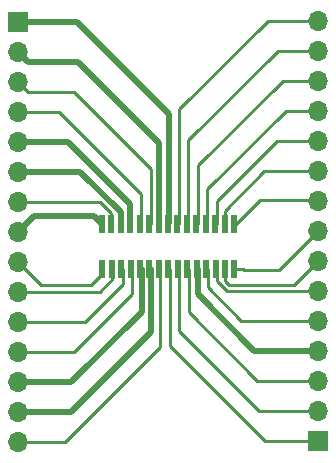
<source format=gbr>
G04 #@! TF.GenerationSoftware,KiCad,Pcbnew,(5.1.6)-1*
G04 #@! TF.CreationDate,2020-12-13T19:23:20+01:00*
G04 #@! TF.ProjectId,ACM Breakout,41434d20-4272-4656-916b-6f75742e6b69,rev?*
G04 #@! TF.SameCoordinates,Original*
G04 #@! TF.FileFunction,Copper,L1,Top*
G04 #@! TF.FilePolarity,Positive*
%FSLAX46Y46*%
G04 Gerber Fmt 4.6, Leading zero omitted, Abs format (unit mm)*
G04 Created by KiCad (PCBNEW (5.1.6)-1) date 2020-12-13 19:23:20*
%MOMM*%
%LPD*%
G01*
G04 APERTURE LIST*
G04 #@! TA.AperFunction,SMDPad,CuDef*
%ADD10R,0.550000X1.500000*%
G04 #@! TD*
G04 #@! TA.AperFunction,ComponentPad*
%ADD11R,1.700000X1.700000*%
G04 #@! TD*
G04 #@! TA.AperFunction,ComponentPad*
%ADD12O,1.700000X1.700000*%
G04 #@! TD*
G04 #@! TA.AperFunction,Conductor*
%ADD13C,0.254000*%
G04 #@! TD*
G04 #@! TA.AperFunction,Conductor*
%ADD14C,0.500000*%
G04 #@! TD*
G04 APERTURE END LIST*
D10*
X-5600000Y1900000D03*
X-5574600Y-1900000D03*
X-4800000Y1900000D03*
X-4774600Y-1900000D03*
X-4000000Y1900000D03*
X-3974600Y-1900000D03*
X-3200000Y1900000D03*
X-3174600Y-1900000D03*
X-2400000Y1900000D03*
X-2374600Y-1900000D03*
X-1600000Y1900000D03*
X-1574600Y-1900000D03*
X-800000Y1900000D03*
X-774600Y-1900000D03*
X0Y1900000D03*
X25400Y-1900000D03*
X800000Y1900000D03*
X825400Y-1900000D03*
X1600000Y1900000D03*
X1625400Y-1900000D03*
X2400000Y1900000D03*
X2425400Y-1900000D03*
X3200000Y1900000D03*
X3225400Y-1900000D03*
X4000000Y1900000D03*
X4025400Y-1900000D03*
X4800000Y1900000D03*
X4825400Y-1900000D03*
X5600000Y1900000D03*
X5625400Y-1900000D03*
D11*
X-12700000Y19000000D03*
D12*
X-12700000Y16460000D03*
X-12700000Y13920000D03*
X-12700000Y11380000D03*
X-12700000Y8840000D03*
X-12700000Y6300000D03*
X-12700000Y3760000D03*
X-12700000Y1220000D03*
X-12700000Y-1320000D03*
X-12700000Y-3860000D03*
X-12700000Y-6400000D03*
X-12700000Y-8940000D03*
X-12700000Y-11480000D03*
X-12700000Y-14020000D03*
X-12700000Y-16560000D03*
X12700000Y19100000D03*
X12700000Y16560000D03*
X12700000Y14020000D03*
X12700000Y11480000D03*
X12700000Y8940000D03*
X12700000Y6400000D03*
X12700000Y3860000D03*
X12700000Y1320000D03*
X12700000Y-1220000D03*
X12700000Y-3760000D03*
X12700000Y-6300000D03*
X12700000Y-8840000D03*
X12700000Y-11380000D03*
X12700000Y-13920000D03*
D11*
X12700000Y-16460000D03*
D13*
X11850001Y470001D02*
X12700000Y1320000D01*
X9407599Y-1972401D02*
X11850001Y470001D01*
X6453639Y-1972401D02*
X9407599Y-1972401D01*
X6381238Y-1900000D02*
X6453639Y-1972401D01*
X5752400Y-1900000D02*
X6381238Y-1900000D01*
X11850001Y-2069999D02*
X12700000Y-1220000D01*
X10681500Y-3238500D02*
X11850001Y-2069999D01*
X5159900Y-3238500D02*
X10681500Y-3238500D01*
X4825400Y-2904000D02*
X5159900Y-3238500D01*
X4825400Y-1900000D02*
X4825400Y-2904000D01*
X11497919Y-3760000D02*
X12700000Y-3760000D01*
X5008400Y-3760000D02*
X11497919Y-3760000D01*
X4152400Y-2904000D02*
X5008400Y-3760000D01*
X4152400Y-1900000D02*
X4152400Y-2904000D01*
X11497919Y-6300000D02*
X12700000Y-6300000D01*
X6173000Y-6300000D02*
X11497919Y-6300000D01*
X3352400Y-1900000D02*
X3352400Y-3479400D01*
X3352400Y-3479400D02*
X6173000Y-6300000D01*
D14*
X11497919Y-8840000D02*
X12700000Y-8840000D01*
X7316000Y-8840000D02*
X11497919Y-8840000D01*
X2552400Y-1900000D02*
X2552400Y-4076400D01*
X2552400Y-4076400D02*
X7316000Y-8840000D01*
D13*
X11497919Y-11380000D02*
X12700000Y-11380000D01*
X7570000Y-11380000D02*
X11497919Y-11380000D01*
X1752400Y-1900000D02*
X1752400Y-5562400D01*
X1752400Y-5562400D02*
X7570000Y-11380000D01*
X7697000Y-13920000D02*
X12700000Y-13920000D01*
X952400Y-1900000D02*
X952400Y-7175400D01*
X952400Y-7175400D02*
X7697000Y-13920000D01*
X8205000Y-16460000D02*
X12700000Y-16460000D01*
X152400Y-1900000D02*
X152400Y-8407400D01*
X152400Y-8407400D02*
X8205000Y-16460000D01*
X-8686000Y-16560000D02*
X-12700000Y-16560000D01*
X-647600Y-1900000D02*
X-647600Y-8521600D01*
X-647600Y-8521600D02*
X-8686000Y-16560000D01*
D14*
X-8178000Y-14020000D02*
X-12700000Y-14020000D01*
X-1447600Y-1900000D02*
X-1447600Y-7289600D01*
X-1447600Y-7289600D02*
X-8178000Y-14020000D01*
X-11497919Y-11480000D02*
X-12700000Y-11480000D01*
X-8178000Y-11480000D02*
X-11497919Y-11480000D01*
X-2247600Y-1900000D02*
X-2247600Y-5549600D01*
X-2247600Y-5549600D02*
X-8178000Y-11480000D01*
D13*
X-11497919Y-8940000D02*
X-12700000Y-8940000D01*
X-7924000Y-8940000D02*
X-11497919Y-8940000D01*
X-3047600Y-1900000D02*
X-3047600Y-4063600D01*
X-3047600Y-4063600D02*
X-7924000Y-8940000D01*
X-11497919Y-6400000D02*
X-12700000Y-6400000D01*
X-7035000Y-6400000D02*
X-11497919Y-6400000D01*
X-3847600Y-1900000D02*
X-3847600Y-3212600D01*
X-3847600Y-3212600D02*
X-7035000Y-6400000D01*
X-11497919Y-3860000D02*
X-12700000Y-3860000D01*
X-5793998Y-3860000D02*
X-11497919Y-3860000D01*
X-4647600Y-2713602D02*
X-5793998Y-3860000D01*
X-4647600Y-1900000D02*
X-4647600Y-2713602D01*
X-5574600Y-2336100D02*
X-5574600Y-1900000D01*
X-6489700Y-3251200D02*
X-5574600Y-2336100D01*
X-12700000Y-1320000D02*
X-10768800Y-3251200D01*
X-10768800Y-3251200D02*
X-6489700Y-3251200D01*
X12623000Y3937000D02*
X12700000Y3860000D01*
X5727000Y1900000D02*
X7764000Y3937000D01*
X7764000Y3937000D02*
X12623000Y3937000D01*
X11497919Y6400000D02*
X12700000Y6400000D01*
X8165300Y6400000D02*
X11497919Y6400000D01*
X4787900Y3022600D02*
X8165300Y6400000D01*
X4927000Y1900000D02*
X4787900Y2039100D01*
X4787900Y2039100D02*
X4787900Y3022600D01*
X11497919Y8940000D02*
X12700000Y8940000D01*
X9194000Y8940000D02*
X11497919Y8940000D01*
X4127000Y1900000D02*
X4127000Y3873000D01*
X4127000Y3873000D02*
X9194000Y8940000D01*
X9956000Y11480000D02*
X12700000Y11480000D01*
X3327000Y1900000D02*
X3327000Y4851000D01*
X3327000Y4851000D02*
X9956000Y11480000D01*
X9702000Y14020000D02*
X12700000Y14020000D01*
X2527000Y1900000D02*
X2527000Y6845000D01*
X2527000Y6845000D02*
X9702000Y14020000D01*
X9321000Y16560000D02*
X12700000Y16560000D01*
X1727000Y1900000D02*
X1727000Y8966000D01*
X1727000Y8966000D02*
X9321000Y16560000D01*
X8432000Y19100000D02*
X12700000Y19100000D01*
X927000Y1900000D02*
X927000Y11595000D01*
X927000Y11595000D02*
X8432000Y19100000D01*
D14*
X-7697000Y19000000D02*
X-12700000Y19000000D01*
X74999Y11228001D02*
X-7697000Y19000000D01*
X0Y1900000D02*
X74999Y1974999D01*
X74999Y1974999D02*
X74999Y11228001D01*
X-11850001Y15610001D02*
X-12700000Y16460000D01*
X-7609001Y15610001D02*
X-11850001Y15610001D01*
X-725001Y8726001D02*
X-7609001Y15610001D01*
X-800000Y1900000D02*
X-725001Y1974999D01*
X-725001Y1974999D02*
X-725001Y8726001D01*
D13*
X-11850001Y13070001D02*
X-12700000Y13920000D01*
X-7990001Y13070001D02*
X-11850001Y13070001D01*
X-1473000Y1900000D02*
X-1473000Y6553000D01*
X-1473000Y6553000D02*
X-7990001Y13070001D01*
X-11497919Y11380000D02*
X-12700000Y11380000D01*
X-9221000Y11380000D02*
X-11497919Y11380000D01*
X-2273000Y1900000D02*
X-2273000Y4432000D01*
X-2273000Y4432000D02*
X-9221000Y11380000D01*
D14*
X-11497919Y8840000D02*
X-12700000Y8840000D01*
X-8459000Y8840000D02*
X-11497919Y8840000D01*
X-3200000Y1900000D02*
X-3200000Y3581000D01*
X-3200000Y3581000D02*
X-8459000Y8840000D01*
X-7426933Y6300000D02*
X-11497919Y6300000D01*
X-11497919Y6300000D02*
X-12700000Y6300000D01*
X-4000000Y1900000D02*
X-4000000Y2873067D01*
X-4000000Y2873067D02*
X-7426933Y6300000D01*
D13*
X-4800000Y1900000D02*
X-4800000Y2790500D01*
X-11497919Y3760000D02*
X-12700000Y3760000D01*
X-5769500Y3760000D02*
X-11497919Y3760000D01*
X-4800000Y2790500D02*
X-5769500Y3760000D01*
D14*
X-11380000Y2540000D02*
X-12700000Y1220000D01*
X-5600000Y1900000D02*
X-6240000Y2540000D01*
X-6240000Y2540000D02*
X-11380000Y2540000D01*
M02*

</source>
